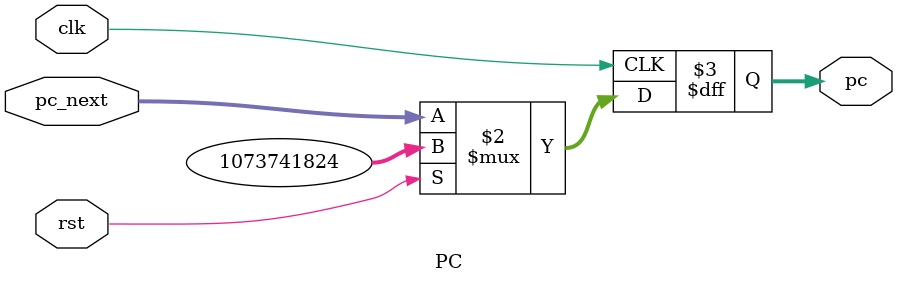
<source format=v>
`timescale 1ns / 1ps

module PC #(
    parameter RESET_ADDRESS = 32'h40000000) (
    input wire clk, 
    input wire rst,
    input wire [31:0] pc_next, 
    output reg [31:0] pc
);

always@(posedge clk) begin

    pc <= rst? RESET_ADDRESS : pc_next;  // pc_next is calculated in the top module

end

endmodule
</source>
